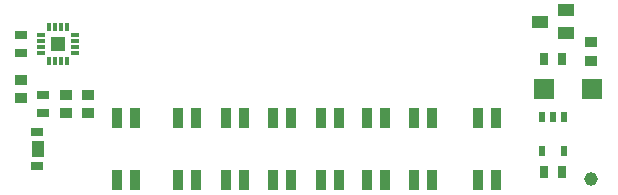
<source format=gbp>
G04*
G04 #@! TF.GenerationSoftware,Altium Limited,Altium Designer,24.2.2 (26)*
G04*
G04 Layer_Color=128*
%FSLAX25Y25*%
%MOIN*%
G70*
G04*
G04 #@! TF.SameCoordinates,2439F8CB-51F8-4C0C-9BB0-1E6E72BC7716*
G04*
G04*
G04 #@! TF.FilePolarity,Positive*
G04*
G01*
G75*
%ADD25R,0.07087X0.06693*%
%ADD27R,0.03228X0.07087*%
%ADD28R,0.05512X0.03937*%
%ADD29R,0.04016X0.03701*%
%ADD30R,0.03150X0.04016*%
%ADD31R,0.02362X0.03543*%
G04:AMPARAMS|DCode=33|XSize=11.02mil|YSize=27.17mil|CornerRadius=1.38mil|HoleSize=0mil|Usage=FLASHONLY|Rotation=90.000|XOffset=0mil|YOffset=0mil|HoleType=Round|Shape=RoundedRectangle|*
%AMROUNDEDRECTD33*
21,1,0.01102,0.02441,0,0,90.0*
21,1,0.00827,0.02717,0,0,90.0*
1,1,0.00276,0.01221,0.00413*
1,1,0.00276,0.01221,-0.00413*
1,1,0.00276,-0.01221,-0.00413*
1,1,0.00276,-0.01221,0.00413*
%
%ADD33ROUNDEDRECTD33*%
G04:AMPARAMS|DCode=34|XSize=27.17mil|YSize=11.02mil|CornerRadius=1.38mil|HoleSize=0mil|Usage=FLASHONLY|Rotation=90.000|XOffset=0mil|YOffset=0mil|HoleType=Round|Shape=RoundedRectangle|*
%AMROUNDEDRECTD34*
21,1,0.02717,0.00827,0,0,90.0*
21,1,0.02441,0.01102,0,0,90.0*
1,1,0.00276,0.00413,0.01221*
1,1,0.00276,0.00413,-0.01221*
1,1,0.00276,-0.00413,-0.01221*
1,1,0.00276,-0.00413,0.01221*
%
%ADD34ROUNDEDRECTD34*%
%ADD36R,0.04016X0.03150*%
%ADD37R,0.04331X0.02756*%
%ADD38R,0.04331X0.05512*%
%ADD55C,0.04524*%
%ADD56R,0.04724X0.04724*%
D25*
X95571Y2500D02*
D03*
X79429D02*
D03*
D27*
X63453Y-7264D02*
D03*
X57547D02*
D03*
Y-27736D02*
D03*
X63453D02*
D03*
X41953Y-7264D02*
D03*
X36047D02*
D03*
Y-27736D02*
D03*
X41953D02*
D03*
X-57047Y-7264D02*
D03*
X-62953D02*
D03*
Y-27736D02*
D03*
X-57047D02*
D03*
X26453D02*
D03*
X20547D02*
D03*
Y-7264D02*
D03*
X26453D02*
D03*
X10953Y-27736D02*
D03*
X5047D02*
D03*
Y-7264D02*
D03*
X10953D02*
D03*
X-5047Y-27736D02*
D03*
X-10953D02*
D03*
Y-7264D02*
D03*
X-5047D02*
D03*
X-20547Y-27736D02*
D03*
X-26453D02*
D03*
Y-7264D02*
D03*
X-20547D02*
D03*
X-36547Y-27736D02*
D03*
X-42453D02*
D03*
Y-7264D02*
D03*
X-36547D02*
D03*
D28*
X86831Y28740D02*
D03*
Y21260D02*
D03*
X78169Y25000D02*
D03*
D29*
X95000Y18110D02*
D03*
Y11890D02*
D03*
X-72500Y-5610D02*
D03*
Y610D02*
D03*
X-80000D02*
D03*
Y-5610D02*
D03*
X-95000Y-610D02*
D03*
Y5610D02*
D03*
D30*
X85488Y12500D02*
D03*
X79512D02*
D03*
X85488Y-25000D02*
D03*
X79512D02*
D03*
D31*
X78760Y-6988D02*
D03*
X82500D02*
D03*
X86240D02*
D03*
Y-18012D02*
D03*
X78760D02*
D03*
D33*
X-76752Y20453D02*
D03*
Y18484D02*
D03*
Y16516D02*
D03*
Y14547D02*
D03*
X-88248D02*
D03*
Y16516D02*
D03*
Y20453D02*
D03*
Y18484D02*
D03*
D34*
X-79547Y11752D02*
D03*
X-81516D02*
D03*
X-83484D02*
D03*
X-85453D02*
D03*
Y23248D02*
D03*
X-83484D02*
D03*
X-81516D02*
D03*
X-79547D02*
D03*
D36*
X-95000Y20488D02*
D03*
Y14512D02*
D03*
X-87500Y-5488D02*
D03*
Y488D02*
D03*
D37*
X-89685Y-23012D02*
D03*
Y-11988D02*
D03*
D38*
X-89095Y-17500D02*
D03*
D55*
X95000Y-27500D02*
D03*
D56*
X-82500Y17500D02*
D03*
M02*

</source>
